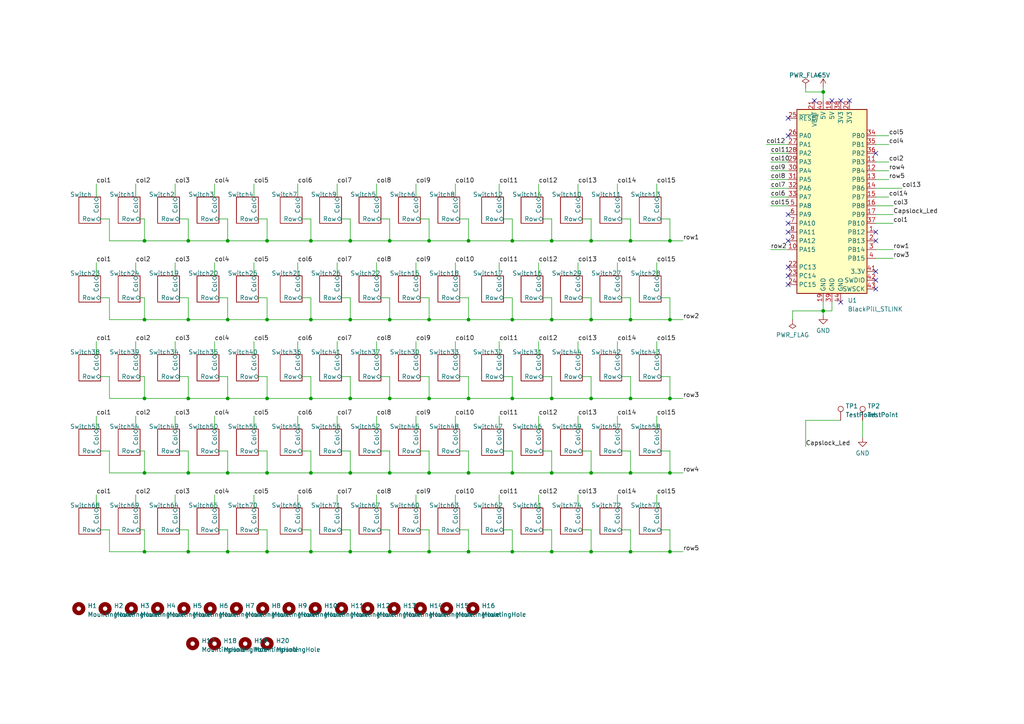
<source format=kicad_sch>
(kicad_sch (version 20211123) (generator eeschema)
  (paper "A4")
  (junction (at 101.6 137.16))
  (junction (at 54.61 69.85))
  (junction (at 77.47 115.57))
  (junction (at 113.03 92.71))
  (junction (at 182.88 160.02))
  (junction (at 41.91 137.16))
  (junction (at 182.88 69.85))
  (junction (at 66.04 160.02))
  (junction (at 41.91 115.57))
  (junction (at 77.47 69.85))
  (junction (at 124.46 115.57))
  (junction (at 41.91 92.71))
  (junction (at 182.88 137.16))
  (junction (at 101.6 160.02))
  (junction (at 66.04 137.16))
  (junction (at 54.61 137.16))
  (junction (at 194.31 69.85))
  (junction (at 113.03 137.16))
  (junction (at 113.03 115.57))
  (junction (at 171.45 137.16))
  (junction (at 160.02 115.57))
  (junction (at 54.61 115.57))
  (junction (at 160.02 160.02))
  (junction (at 148.59 137.16))
  (junction (at 135.89 69.85))
  (junction (at 171.45 115.57))
  (junction (at 90.17 115.57))
  (junction (at 101.6 69.85))
  (junction (at 148.59 92.71))
  (junction (at 194.31 115.57))
  (junction (at 160.02 69.85))
  (junction (at 54.61 160.02))
  (junction (at 90.17 160.02))
  (junction (at 171.45 92.71))
  (junction (at 66.04 92.71))
  (junction (at 148.59 115.57))
  (junction (at 101.6 115.57))
  (junction (at 135.89 115.57))
  (junction (at 77.47 137.16))
  (junction (at 194.31 160.02))
  (junction (at 194.31 137.16))
  (junction (at 148.59 69.85))
  (junction (at 135.89 92.71))
  (junction (at 171.45 69.85))
  (junction (at 66.04 69.85))
  (junction (at 113.03 69.85))
  (junction (at 238.76 26.67))
  (junction (at 113.03 160.02))
  (junction (at 238.76 90.17))
  (junction (at 160.02 92.71))
  (junction (at 90.17 69.85))
  (junction (at 77.47 92.71))
  (junction (at 160.02 137.16))
  (junction (at 124.46 69.85))
  (junction (at 135.89 160.02))
  (junction (at 124.46 160.02))
  (junction (at 41.91 69.85))
  (junction (at 41.91 160.02))
  (junction (at 90.17 137.16))
  (junction (at 182.88 92.71))
  (junction (at 148.59 160.02))
  (junction (at 66.04 115.57))
  (junction (at 54.61 92.71))
  (junction (at 171.45 160.02))
  (junction (at 194.31 92.71))
  (junction (at 77.47 160.02))
  (junction (at 124.46 137.16))
  (junction (at 182.88 115.57))
  (junction (at 90.17 92.71))
  (junction (at 124.46 92.71))
  (junction (at 101.6 92.71))
  (junction (at 135.89 137.16))
  (no_connect (at 228.6 34.29))
  (no_connect (at 243.84 29.21))
  (no_connect (at 254 81.28))
  (no_connect (at 254 69.85))
  (no_connect (at 228.6 77.47))
  (no_connect (at 241.3 29.21))
  (no_connect (at 228.6 82.55))
  (no_connect (at 228.6 39.37))
  (no_connect (at 228.6 64.77))
  (no_connect (at 236.22 29.21))
  (no_connect (at 243.84 87.63))
  (no_connect (at 254 78.74))
  (no_connect (at 254 44.45))
  (no_connect (at 228.6 80.01))
  (no_connect (at 246.38 29.21))
  (no_connect (at 228.6 62.23))
  (no_connect (at 254 83.82))
  (no_connect (at 228.6 69.85))
  (no_connect (at 228.6 67.31))
  (no_connect (at 254 67.31))
  (wire (pts (xy 27.94 76.2) (xy 27.94 80.01)))
  (wire (pts (xy 254 74.93) (xy 259.08 74.93)))
  (wire (pts (xy 124.46 92.71) (xy 113.03 92.71)))
  (wire (pts (xy 194.31 153.67) (xy 194.31 160.02)))
  (wire (pts (xy 90.17 137.16) (xy 77.47 137.16)))
  (wire (pts (xy 168.91 63.5) (xy 171.45 63.5)))
  (wire (pts (xy 99.06 130.81) (xy 101.6 130.81)))
  (wire (pts (xy 190.5 120.65) (xy 190.5 124.46)))
  (wire (pts (xy 156.21 76.2) (xy 156.21 80.01)))
  (wire (pts (xy 135.89 130.81) (xy 135.89 137.16)))
  (wire (pts (xy 233.68 129.54) (xy 233.68 121.92)))
  (wire (pts (xy 229.87 90.17) (xy 238.76 90.17)))
  (wire (pts (xy 124.46 63.5) (xy 124.46 69.85)))
  (wire (pts (xy 191.77 153.67) (xy 194.31 153.67)))
  (wire (pts (xy 41.91 63.5) (xy 41.91 69.85)))
  (wire (pts (xy 29.21 153.67) (xy 31.75 153.67)))
  (wire (pts (xy 180.34 153.67) (xy 182.88 153.67)))
  (wire (pts (xy 39.37 120.65) (xy 39.37 124.46)))
  (wire (pts (xy 66.04 109.22) (xy 63.5 109.22)))
  (wire (pts (xy 194.31 160.02) (xy 182.88 160.02)))
  (wire (pts (xy 41.91 137.16) (xy 54.61 137.16)))
  (wire (pts (xy 101.6 115.57) (xy 90.17 115.57)))
  (wire (pts (xy 54.61 86.36) (xy 54.61 92.71)))
  (wire (pts (xy 171.45 92.71) (xy 160.02 92.71)))
  (wire (pts (xy 254 72.39) (xy 259.08 72.39)))
  (wire (pts (xy 171.45 86.36) (xy 171.45 92.71)))
  (wire (pts (xy 124.46 153.67) (xy 124.46 160.02)))
  (wire (pts (xy 87.63 63.5) (xy 90.17 63.5)))
  (wire (pts (xy 144.78 99.06) (xy 144.78 102.87)))
  (wire (pts (xy 146.05 153.67) (xy 148.59 153.67)))
  (wire (pts (xy 148.59 115.57) (xy 135.89 115.57)))
  (wire (pts (xy 144.78 76.2) (xy 144.78 80.01)))
  (wire (pts (xy 146.05 86.36) (xy 148.59 86.36)))
  (wire (pts (xy 241.3 87.63) (xy 241.3 90.17)))
  (wire (pts (xy 182.88 153.67) (xy 182.88 160.02)))
  (wire (pts (xy 223.52 52.07) (xy 228.6 52.07)))
  (wire (pts (xy 50.8 143.51) (xy 50.8 147.32)))
  (wire (pts (xy 238.76 90.17) (xy 238.76 91.44)))
  (wire (pts (xy 156.21 143.51) (xy 156.21 147.32)))
  (wire (pts (xy 233.68 26.67) (xy 238.76 26.67)))
  (wire (pts (xy 41.91 69.85) (xy 54.61 69.85)))
  (wire (pts (xy 66.04 160.02) (xy 66.04 153.67)))
  (wire (pts (xy 254 52.07) (xy 257.81 52.07)))
  (wire (pts (xy 40.64 130.81) (xy 41.91 130.81)))
  (wire (pts (xy 113.03 130.81) (xy 113.03 137.16)))
  (wire (pts (xy 191.77 63.5) (xy 194.31 63.5)))
  (wire (pts (xy 109.22 53.34) (xy 109.22 57.15)))
  (wire (pts (xy 144.78 120.65) (xy 144.78 124.46)))
  (wire (pts (xy 41.91 115.57) (xy 54.61 115.57)))
  (wire (pts (xy 77.47 69.85) (xy 66.04 69.85)))
  (wire (pts (xy 133.35 86.36) (xy 135.89 86.36)))
  (wire (pts (xy 101.6 160.02) (xy 90.17 160.02)))
  (wire (pts (xy 132.08 53.34) (xy 132.08 57.15)))
  (wire (pts (xy 74.93 130.81) (xy 77.47 130.81)))
  (wire (pts (xy 121.92 109.22) (xy 124.46 109.22)))
  (wire (pts (xy 144.78 53.34) (xy 144.78 57.15)))
  (wire (pts (xy 157.48 153.67) (xy 160.02 153.67)))
  (wire (pts (xy 73.66 143.51) (xy 73.66 147.32)))
  (wire (pts (xy 168.91 153.67) (xy 171.45 153.67)))
  (wire (pts (xy 31.75 153.67) (xy 31.75 160.02)))
  (wire (pts (xy 179.07 143.51) (xy 179.07 147.32)))
  (wire (pts (xy 132.08 76.2) (xy 132.08 80.01)))
  (wire (pts (xy 87.63 130.81) (xy 90.17 130.81)))
  (wire (pts (xy 86.36 99.06) (xy 86.36 102.87)))
  (wire (pts (xy 74.93 153.67) (xy 77.47 153.67)))
  (wire (pts (xy 77.47 115.57) (xy 66.04 115.57)))
  (wire (pts (xy 120.65 143.51) (xy 120.65 147.32)))
  (wire (pts (xy 62.23 143.51) (xy 62.23 147.32)))
  (wire (pts (xy 179.07 120.65) (xy 179.07 124.46)))
  (wire (pts (xy 120.65 99.06) (xy 120.65 102.87)))
  (wire (pts (xy 52.07 63.5) (xy 54.61 63.5)))
  (wire (pts (xy 54.61 160.02) (xy 66.04 160.02)))
  (wire (pts (xy 194.31 109.22) (xy 194.31 115.57)))
  (wire (pts (xy 52.07 86.36) (xy 54.61 86.36)))
  (wire (pts (xy 54.61 130.81) (xy 54.61 137.16)))
  (wire (pts (xy 62.23 76.2) (xy 62.23 80.01)))
  (wire (pts (xy 121.92 130.81) (xy 124.46 130.81)))
  (wire (pts (xy 194.31 69.85) (xy 198.12 69.85)))
  (wire (pts (xy 190.5 76.2) (xy 190.5 80.01)))
  (wire (pts (xy 54.61 63.5) (xy 54.61 69.85)))
  (wire (pts (xy 41.91 130.81) (xy 41.91 137.16)))
  (wire (pts (xy 124.46 69.85) (xy 113.03 69.85)))
  (wire (pts (xy 54.61 153.67) (xy 54.61 160.02)))
  (wire (pts (xy 40.64 63.5) (xy 41.91 63.5)))
  (wire (pts (xy 167.64 53.34) (xy 167.64 57.15)))
  (wire (pts (xy 254 64.77) (xy 259.08 64.77)))
  (wire (pts (xy 148.59 137.16) (xy 135.89 137.16)))
  (wire (pts (xy 238.76 26.67) (xy 238.76 29.21)))
  (wire (pts (xy 179.07 76.2) (xy 179.07 80.01)))
  (wire (pts (xy 156.21 99.06) (xy 156.21 102.87)))
  (wire (pts (xy 135.89 137.16) (xy 124.46 137.16)))
  (wire (pts (xy 191.77 86.36) (xy 194.31 86.36)))
  (wire (pts (xy 132.08 120.65) (xy 132.08 124.46)))
  (wire (pts (xy 77.47 153.67) (xy 77.47 160.02)))
  (wire (pts (xy 50.8 120.65) (xy 50.8 124.46)))
  (wire (pts (xy 66.04 115.57) (xy 66.04 109.22)))
  (wire (pts (xy 74.93 86.36) (xy 77.47 86.36)))
  (wire (pts (xy 52.07 130.81) (xy 54.61 130.81)))
  (wire (pts (xy 109.22 99.06) (xy 109.22 102.87)))
  (wire (pts (xy 194.31 137.16) (xy 182.88 137.16)))
  (wire (pts (xy 90.17 160.02) (xy 77.47 160.02)))
  (wire (pts (xy 148.59 86.36) (xy 148.59 92.71)))
  (wire (pts (xy 90.17 69.85) (xy 77.47 69.85)))
  (wire (pts (xy 146.05 109.22) (xy 148.59 109.22)))
  (wire (pts (xy 113.03 115.57) (xy 101.6 115.57)))
  (wire (pts (xy 113.03 160.02) (xy 101.6 160.02)))
  (wire (pts (xy 54.61 109.22) (xy 54.61 115.57)))
  (wire (pts (xy 31.75 130.81) (xy 31.75 137.16)))
  (wire (pts (xy 194.31 115.57) (xy 182.88 115.57)))
  (wire (pts (xy 87.63 153.67) (xy 90.17 153.67)))
  (wire (pts (xy 101.6 86.36) (xy 101.6 92.71)))
  (wire (pts (xy 77.47 109.22) (xy 77.47 115.57)))
  (wire (pts (xy 29.21 109.22) (xy 31.75 109.22)))
  (wire (pts (xy 160.02 130.81) (xy 160.02 137.16)))
  (wire (pts (xy 157.48 86.36) (xy 160.02 86.36)))
  (wire (pts (xy 223.52 59.69) (xy 228.6 59.69)))
  (wire (pts (xy 133.35 130.81) (xy 135.89 130.81)))
  (wire (pts (xy 254 39.37) (xy 257.81 39.37)))
  (wire (pts (xy 124.46 137.16) (xy 113.03 137.16)))
  (wire (pts (xy 27.94 120.65) (xy 27.94 124.46)))
  (wire (pts (xy 50.8 99.06) (xy 50.8 102.87)))
  (wire (pts (xy 250.19 121.92) (xy 250.19 127)))
  (wire (pts (xy 223.52 54.61) (xy 228.6 54.61)))
  (wire (pts (xy 160.02 160.02) (xy 148.59 160.02)))
  (wire (pts (xy 31.75 160.02) (xy 41.91 160.02)))
  (wire (pts (xy 121.92 86.36) (xy 124.46 86.36)))
  (wire (pts (xy 182.88 160.02) (xy 171.45 160.02)))
  (wire (pts (xy 110.49 63.5) (xy 113.03 63.5)))
  (wire (pts (xy 66.04 137.16) (xy 66.04 130.81)))
  (wire (pts (xy 97.79 143.51) (xy 97.79 147.32)))
  (wire (pts (xy 90.17 115.57) (xy 77.47 115.57)))
  (wire (pts (xy 50.8 76.2) (xy 50.8 80.01)))
  (wire (pts (xy 223.52 46.99) (xy 228.6 46.99)))
  (wire (pts (xy 171.45 63.5) (xy 171.45 69.85)))
  (wire (pts (xy 179.07 53.34) (xy 179.07 57.15)))
  (wire (pts (xy 190.5 143.51) (xy 190.5 147.32)))
  (wire (pts (xy 66.04 153.67) (xy 63.5 153.67)))
  (wire (pts (xy 120.65 53.34) (xy 120.65 57.15)))
  (wire (pts (xy 223.52 57.15) (xy 228.6 57.15)))
  (wire (pts (xy 86.36 53.34) (xy 86.36 57.15)))
  (wire (pts (xy 90.17 109.22) (xy 90.17 115.57)))
  (wire (pts (xy 109.22 143.51) (xy 109.22 147.32)))
  (wire (pts (xy 86.36 120.65) (xy 86.36 124.46)))
  (wire (pts (xy 171.45 130.81) (xy 171.45 137.16)))
  (wire (pts (xy 90.17 92.71) (xy 77.47 92.71)))
  (wire (pts (xy 97.79 99.06) (xy 97.79 102.87)))
  (wire (pts (xy 191.77 130.81) (xy 194.31 130.81)))
  (wire (pts (xy 77.47 63.5) (xy 77.47 69.85)))
  (wire (pts (xy 29.21 63.5) (xy 31.75 63.5)))
  (wire (pts (xy 90.17 63.5) (xy 90.17 69.85)))
  (wire (pts (xy 182.88 86.36) (xy 182.88 92.71)))
  (wire (pts (xy 54.61 69.85) (xy 66.04 69.85)))
  (wire (pts (xy 124.46 115.57) (xy 113.03 115.57)))
  (wire (pts (xy 73.66 120.65) (xy 73.66 124.46)))
  (wire (pts (xy 238.76 87.63) (xy 238.76 90.17)))
  (wire (pts (xy 66.04 86.36) (xy 63.5 86.36)))
  (wire (pts (xy 66.04 63.5) (xy 63.5 63.5)))
  (wire (pts (xy 52.07 109.22) (xy 54.61 109.22)))
  (wire (pts (xy 101.6 92.71) (xy 90.17 92.71)))
  (wire (pts (xy 41.91 160.02) (xy 54.61 160.02)))
  (wire (pts (xy 160.02 92.71) (xy 148.59 92.71)))
  (wire (pts (xy 167.64 76.2) (xy 167.64 80.01)))
  (wire (pts (xy 101.6 69.85) (xy 90.17 69.85)))
  (wire (pts (xy 133.35 109.22) (xy 135.89 109.22)))
  (wire (pts (xy 113.03 92.71) (xy 101.6 92.71)))
  (wire (pts (xy 99.06 63.5) (xy 101.6 63.5)))
  (wire (pts (xy 171.45 109.22) (xy 171.45 115.57)))
  (wire (pts (xy 99.06 86.36) (xy 101.6 86.36)))
  (wire (pts (xy 110.49 153.67) (xy 113.03 153.67)))
  (wire (pts (xy 31.75 63.5) (xy 31.75 69.85)))
  (wire (pts (xy 77.47 92.71) (xy 66.04 92.71)))
  (wire (pts (xy 190.5 53.34) (xy 190.5 57.15)))
  (wire (pts (xy 180.34 63.5) (xy 182.88 63.5)))
  (wire (pts (xy 146.05 130.81) (xy 148.59 130.81)))
  (wire (pts (xy 254 62.23) (xy 259.08 62.23)))
  (wire (pts (xy 194.31 86.36) (xy 194.31 92.71)))
  (wire (pts (xy 109.22 76.2) (xy 109.22 80.01)))
  (wire (pts (xy 41.91 109.22) (xy 41.91 115.57)))
  (wire (pts (xy 171.45 115.57) (xy 160.02 115.57)))
  (wire (pts (xy 113.03 86.36) (xy 113.03 92.71)))
  (wire (pts (xy 132.08 99.06) (xy 132.08 102.87)))
  (wire (pts (xy 157.48 63.5) (xy 160.02 63.5)))
  (wire (pts (xy 99.06 153.67) (xy 101.6 153.67)))
  (wire (pts (xy 77.47 160.02) (xy 66.04 160.02)))
  (wire (pts (xy 194.31 130.81) (xy 194.31 137.16)))
  (wire (pts (xy 191.77 109.22) (xy 194.31 109.22)))
  (wire (pts (xy 62.23 53.34) (xy 62.23 57.15)))
  (wire (pts (xy 167.64 143.51) (xy 167.64 147.32)))
  (wire (pts (xy 99.06 109.22) (xy 101.6 109.22)))
  (wire (pts (xy 148.59 92.71) (xy 135.89 92.71)))
  (wire (pts (xy 160.02 86.36) (xy 160.02 92.71)))
  (wire (pts (xy 90.17 86.36) (xy 90.17 92.71)))
  (wire (pts (xy 73.66 76.2) (xy 73.66 80.01)))
  (wire (pts (xy 77.47 137.16) (xy 66.04 137.16)))
  (wire (pts (xy 254 59.69) (xy 259.08 59.69)))
  (wire (pts (xy 182.88 130.81) (xy 182.88 137.16)))
  (wire (pts (xy 168.91 86.36) (xy 171.45 86.36)))
  (wire (pts (xy 90.17 153.67) (xy 90.17 160.02)))
  (wire (pts (xy 160.02 69.85) (xy 148.59 69.85)))
  (wire (pts (xy 148.59 130.81) (xy 148.59 137.16)))
  (wire (pts (xy 182.88 109.22) (xy 182.88 115.57)))
  (wire (pts (xy 223.52 72.39) (xy 228.6 72.39)))
  (wire (pts (xy 124.46 160.02) (xy 113.03 160.02)))
  (wire (pts (xy 148.59 69.85) (xy 135.89 69.85)))
  (wire (pts (xy 29.21 86.36) (xy 31.75 86.36)))
  (wire (pts (xy 77.47 130.81) (xy 77.47 137.16)))
  (wire (pts (xy 54.61 115.57) (xy 66.04 115.57)))
  (wire (pts (xy 124.46 109.22) (xy 124.46 115.57)))
  (wire (pts (xy 133.35 63.5) (xy 135.89 63.5)))
  (wire (pts (xy 171.45 137.16) (xy 160.02 137.16)))
  (wire (pts (xy 171.45 160.02) (xy 160.02 160.02)))
  (wire (pts (xy 41.91 86.36) (xy 41.91 92.71)))
  (wire (pts (xy 97.79 120.65) (xy 97.79 124.46)))
  (wire (pts (xy 167.64 99.06) (xy 167.64 102.87)))
  (wire (pts (xy 31.75 109.22) (xy 31.75 115.57)))
  (wire (pts (xy 194.31 92.71) (xy 182.88 92.71)))
  (wire (pts (xy 179.07 99.06) (xy 179.07 102.87)))
  (wire (pts (xy 87.63 109.22) (xy 90.17 109.22)))
  (wire (pts (xy 160.02 137.16) (xy 148.59 137.16)))
  (wire (pts (xy 135.89 86.36) (xy 135.89 92.71)))
  (wire (pts (xy 54.61 92.71) (xy 66.04 92.71)))
  (wire (pts (xy 101.6 63.5) (xy 101.6 69.85)))
  (wire (pts (xy 97.79 53.34) (xy 97.79 57.15)))
  (wire (pts (xy 27.94 99.06) (xy 27.94 102.87)))
  (wire (pts (xy 135.89 153.67) (xy 135.89 160.02)))
  (wire (pts (xy 31.75 137.16) (xy 41.91 137.16)))
  (wire (pts (xy 223.52 49.53) (xy 228.6 49.53)))
  (wire (pts (xy 194.31 63.5) (xy 194.31 69.85)))
  (wire (pts (xy 39.37 143.51) (xy 39.37 147.32)))
  (wire (pts (xy 77.47 86.36) (xy 77.47 92.71)))
  (wire (pts (xy 113.03 109.22) (xy 113.03 115.57)))
  (wire (pts (xy 120.65 76.2) (xy 120.65 80.01)))
  (wire (pts (xy 148.59 109.22) (xy 148.59 115.57)))
  (wire (pts (xy 39.37 76.2) (xy 39.37 80.01)))
  (wire (pts (xy 40.64 86.36) (xy 41.91 86.36)))
  (wire (pts (xy 194.31 92.71) (xy 198.12 92.71)))
  (wire (pts (xy 238.76 25.4) (xy 238.76 26.67)))
  (wire (pts (xy 257.81 57.15) (xy 254 57.15)))
  (wire (pts (xy 66.04 92.71) (xy 66.04 86.36)))
  (wire (pts (xy 135.89 92.71) (xy 124.46 92.71)))
  (wire (pts (xy 31.75 69.85) (xy 41.91 69.85)))
  (wire (pts (xy 40.64 109.22) (xy 41.91 109.22)))
  (wire (pts (xy 110.49 86.36) (xy 113.03 86.36)))
  (wire (pts (xy 41.91 153.67) (xy 41.91 160.02)))
  (wire (pts (xy 182.88 137.16) (xy 171.45 137.16)))
  (wire (pts (xy 194.31 69.85) (xy 182.88 69.85)))
  (wire (pts (xy 113.03 69.85) (xy 101.6 69.85)))
  (wire (pts (xy 222.25 41.91) (xy 228.6 41.91)))
  (wire (pts (xy 194.31 160.02) (xy 198.12 160.02)))
  (wire (pts (xy 40.64 153.67) (xy 41.91 153.67)))
  (wire (pts (xy 194.31 137.16) (xy 198.12 137.16)))
  (wire (pts (xy 190.5 99.06) (xy 190.5 102.87)))
  (wire (pts (xy 133.35 153.67) (xy 135.89 153.67)))
  (wire (pts (xy 156.21 53.34) (xy 156.21 57.15)))
  (wire (pts (xy 31.75 115.57) (xy 41.91 115.57)))
  (wire (pts (xy 41.91 92.71) (xy 54.61 92.71)))
  (wire (pts (xy 86.36 143.51) (xy 86.36 147.32)))
  (wire (pts (xy 233.68 25.4) (xy 233.68 26.67)))
  (wire (pts (xy 39.37 99.06) (xy 39.37 102.87)))
  (wire (pts (xy 182.88 92.71) (xy 171.45 92.71)))
  (wire (pts (xy 121.92 153.67) (xy 124.46 153.67)))
  (wire (pts (xy 52.07 153.67) (xy 54.61 153.67)))
  (wire (pts (xy 160.02 109.22) (xy 160.02 115.57)))
  (wire (pts (xy 124.46 130.81) (xy 124.46 137.16)))
  (wire (pts (xy 101.6 130.81) (xy 101.6 137.16)))
  (wire (pts (xy 148.59 153.67) (xy 148.59 160.02)))
  (wire (pts (xy 101.6 137.16) (xy 90.17 137.16)))
  (wire (pts (xy 168.91 130.81) (xy 171.45 130.81)))
  (wire (pts (xy 135.89 160.02) (xy 124.46 160.02)))
  (wire (pts (xy 120.65 120.65) (xy 120.65 124.46)))
  (wire (pts (xy 54.61 137.16) (xy 66.04 137.16)))
  (wire (pts (xy 31.75 92.71) (xy 41.91 92.71)))
  (wire (pts (xy 160.02 115.57) (xy 148.59 115.57)))
  (wire (pts (xy 110.49 109.22) (xy 113.03 109.22)))
  (wire (pts (xy 229.87 92.71) (xy 229.87 90.17)))
  (wire (pts (xy 97.79 76.2) (xy 97.79 80.01)))
  (wire (pts (xy 171.45 69.85) (xy 160.02 69.85)))
  (wire (pts (xy 157.48 109.22) (xy 160.02 109.22)))
  (wire (pts (xy 74.93 109.22) (xy 77.47 109.22)))
  (wire (pts (xy 113.03 63.5) (xy 113.03 69.85)))
  (wire (pts (xy 86.36 76.2) (xy 86.36 80.01)))
  (wire (pts (xy 66.04 130.81) (xy 63.5 130.81)))
  (wire (pts (xy 223.52 44.45) (xy 228.6 44.45)))
  (wire (pts (xy 135.89 115.57) (xy 124.46 115.57)))
  (wire (pts (xy 241.3 90.17) (xy 238.76 90.17)))
  (wire (pts (xy 254 54.61) (xy 261.62 54.61)))
  (wire (pts (xy 254 41.91) (xy 257.81 41.91)))
  (wire (pts (xy 135.89 63.5) (xy 135.89 69.85)))
  (wire (pts (xy 148.59 160.02) (xy 135.89 160.02)))
  (wire (pts (xy 135.89 69.85) (xy 124.46 69.85)))
  (wire (pts (xy 167.64 120.65) (xy 167.64 124.46)))
  (wire (pts (xy 109.22 120.65) (xy 109.22 124.46)))
  (wire (pts (xy 113.03 153.67) (xy 113.03 160.02)))
  (wire (pts (xy 39.37 53.34) (xy 39.37 57.15)))
  (wire (pts (xy 194.31 115.57) (xy 198.12 115.57)))
  (wire (pts (xy 254 46.99) (xy 257.81 46.99)))
  (wire (pts (xy 160.02 153.67) (xy 160.02 160.02)))
  (wire (pts (xy 254 49.53) (xy 257.81 49.53)))
  (wire (pts (xy 180.34 130.81) (xy 182.88 130.81)))
  (wire (pts (xy 50.8 53.34) (xy 50.8 57.15)))
  (wire (pts (xy 233.68 121.92) (xy 243.84 121.92)))
  (wire (pts (xy 156.21 120.65) (xy 156.21 124.46)))
  (wire (pts (xy 144.78 143.51) (xy 144.78 147.32)))
  (wire (pts (xy 90.17 130.81) (xy 90.17 137.16)))
  (wire (pts (xy 135.89 109.22) (xy 135.89 115.57)))
  (wire (pts (xy 160.02 63.5) (xy 160.02 69.85)))
  (wire (pts (xy 180.34 109.22) (xy 182.88 109.22)))
  (wire (pts (xy 146.05 63.5) (xy 148.59 63.5)))
  (wire (pts (xy 74.93 63.5) (xy 77.47 63.5)))
  (wire (pts (xy 87.63 86.36) (xy 90.17 86.36)))
  (wire (pts (xy 124.46 86.36) (xy 124.46 92.71)))
  (wire (pts (xy 171.45 153.67) (xy 171.45 160.02)))
  (wire (pts (xy 182.88 115.57) (xy 171.45 115.57)))
  (wire (pts (xy 73.66 53.34) (xy 73.66 57.15)))
  (wire (pts (xy 101.6 109.22) (xy 101.6 115.57)))
  (wire (pts (xy 157.48 130.81) (xy 160.02 130.81)))
  (wire (pts (xy 132.08 143.51) (xy 132.08 147.32)))
  (wire (pts (xy 31.75 86.36) (xy 31.75 92.71)))
  (wire (pts (xy 110.49 130.81) (xy 113.03 130.81)))
  (wire (pts (xy 101.6 153.67) (xy 101.6 160.02)))
  (wire (pts (xy 27.94 143.51) (xy 27.94 147.32)))
  (wire (pts (xy 66.04 69.85) (xy 66.04 63.5)))
  (wire (pts (xy 27.94 53.34) (xy 27.94 57.15)))
  (wire (pts (xy 121.92 63.5) (xy 124.46 63.5)))
  (wire (pts (xy 182.88 69.85) (xy 171.45 69.85)))
  (wire (pts (xy 62.23 120.65) (xy 62.23 124.46)))
  (wire (pts (xy 62.23 99.06) (xy 62.23 102.87)))
  (wire (pts (xy 182.88 63.5) (xy 182.88 69.85)))
  (wire (pts (xy 180.34 86.36) (xy 182.88 86.36)))
  (wire (pts (xy 168.91 109.22) (xy 171.45 109.22)))
  (wire (pts (xy 73.66 99.06) (xy 73.66 102.87)))
  (wire (pts (xy 148.59 63.5) (xy 148.59 69.85)))
  (wire (pts (xy 113.03 137.16) (xy 101.6 137.16)))
  (wire (pts (xy 29.21 130.81) (xy 31.75 130.81)))
  (label "col14" (at 179.07 120.65 0))
  (label "col3" (at 50.8 143.51 0))
  (label "col7" (at 97.79 143.51 0))
  (label "col9" (at 120.65 76.2 0))
  (label "col6" (at 86.36 120.65 0))
  (label "col12" (at 156.21 143.51 0))
  (label "col3" (at 50.8 120.65 0))
  (label "col11" (at 144.78 143.51 0))
  (label "col5" (at 257.81 39.37 0))
  (label "col1" (at 27.94 53.34 0))
  (label "col14" (at 257.81 57.15 0))
  (label "col8" (at 109.22 143.51 0))
  (label "col4" (at 62.23 99.06 0))
  (label "col9" (at 120.65 120.65 0))
  (label "col5" (at 73.66 53.34 0))
  (label "col8" (at 109.22 76.2 0))
  (label "col14" (at 179.07 143.51 0))
  (label "col3" (at 50.8 76.2 0))
  (label "col12" (at 156.21 99.06 0))
  (label "col13" (at 167.64 120.65 0))
  (label "col10" (at 132.08 120.65 0))
  (label "col11" (at 144.78 53.34 0))
  (label "col14" (at 179.07 99.06 0))
  (label "col2" (at 39.37 120.65 0))
  (label "col2" (at 257.81 46.99 0))
  (label "col2" (at 39.37 99.06 0))
  (label "col2" (at 39.37 143.51 0))
  (label "col8" (at 109.22 99.06 0))
  (label "col5" (at 73.66 120.65 0))
  (label "col8" (at 109.22 120.65 0))
  (label "col4" (at 62.23 76.2 0))
  (label "col9" (at 120.65 99.06 0))
  (label "col15" (at 190.5 99.06 0))
  (label "col1" (at 259.08 64.77 0))
  (label "col11" (at 223.52 44.45 0))
  (label "col15" (at 190.5 76.2 0))
  (label "col6" (at 86.36 53.34 0))
  (label "col9" (at 223.52 49.53 0))
  (label "row5" (at 198.12 160.02 0))
  (label "col7" (at 97.79 99.06 0))
  (label "col2" (at 39.37 53.34 0))
  (label "col10" (at 132.08 99.06 0))
  (label "col6" (at 86.36 76.2 0))
  (label "col4" (at 257.81 41.91 0))
  (label "col4" (at 62.23 53.34 0))
  (label "row3" (at 259.08 74.93 0))
  (label "row4" (at 198.12 137.16 0))
  (label "col5" (at 73.66 99.06 0))
  (label "col11" (at 144.78 99.06 0))
  (label "row4" (at 257.81 49.53 0))
  (label "col7" (at 223.52 54.61 0))
  (label "col1" (at 27.94 120.65 0))
  (label "col13" (at 167.64 53.34 0))
  (label "col1" (at 27.94 99.06 0))
  (label "col12" (at 156.21 53.34 0))
  (label "col3" (at 50.8 99.06 0))
  (label "col4" (at 62.23 143.51 0))
  (label "row3" (at 198.12 115.57 0))
  (label "col10" (at 223.52 46.99 0))
  (label "col15" (at 190.5 53.34 0))
  (label "col7" (at 97.79 120.65 0))
  (label "col13" (at 167.64 76.2 0))
  (label "col10" (at 132.08 53.34 0))
  (label "col15" (at 223.52 59.69 0))
  (label "col13" (at 167.64 143.51 0))
  (label "Capslock_Led" (at 259.08 62.23 0))
  (label "col13" (at 167.64 99.06 0))
  (label "col10" (at 132.08 76.2 0))
  (label "col14" (at 179.07 53.34 0))
  (label "col9" (at 120.65 143.51 0))
  (label "col5" (at 73.66 76.2 0))
  (label "col1" (at 27.94 76.2 0))
  (label "col1" (at 27.94 143.51 0))
  (label "col8" (at 223.52 52.07 0))
  (label "col11" (at 144.78 76.2 0))
  (label "col15" (at 190.5 120.65 0))
  (label "col10" (at 132.08 143.51 0))
  (label "col5" (at 73.66 143.51 0))
  (label "col8" (at 109.22 53.34 0))
  (label "col11" (at 144.78 120.65 0))
  (label "row1" (at 259.08 72.39 0))
  (label "col7" (at 97.79 53.34 0))
  (label "col12" (at 222.25 41.91 0))
  (label "col4" (at 62.23 120.65 0))
  (label "col12" (at 156.21 76.2 0))
  (label "col6" (at 86.36 143.51 0))
  (label "Capslock_Led" (at 233.68 129.54 0))
  (label "col14" (at 179.07 76.2 0))
  (label "row1" (at 198.12 69.85 0))
  (label "col13" (at 261.62 54.61 0))
  (label "col15" (at 190.5 143.51 0))
  (label "col9" (at 120.65 53.34 0))
  (label "col12" (at 156.21 120.65 0))
  (label "col6" (at 223.52 57.15 0))
  (label "col7" (at 97.79 76.2 0))
  (label "col3" (at 259.08 59.69 0))
  (label "col3" (at 50.8 53.34 0))
  (label "col2" (at 39.37 76.2 0))
  (label "col6" (at 86.36 99.06 0))
  (label "row2" (at 198.12 92.71 0))
  (label "row2" (at 223.52 72.39 0))
  (label "row5" (at 257.81 52.07 0))
  (symbol (lib_id "Mechanical:MountingHole") (at 45.72 176.53 0) (unit 1)
    (property "Reference" "H4" (at 48.26 175.6953 0) (effects (justify left)))
    (property "Value" "MountingHole" (at 48.26 178.2322 0) (effects (justify left)))
    (property "Footprint" "OpticalParts:MountingHole_2.2mm_M2_jlcpcb" (effects hide))
  )
  (symbol (lib_id "Mechanical:MountingHole") (at 22.86 176.53 0) (unit 1)
    (property "Reference" "H1" (at 25.4 175.6953 0) (effects (justify left)))
    (property "Value" "MountingHole" (at 25.4 178.2322 0) (effects (justify left)))
    (property "Footprint" "OpticalParts:MountingHole_2.2mm_M2_jlcpcb" (effects hide))
  )
  (symbol (lib_id "power:PWR_FLAG") (at 233.68 25.4 0) (unit 1)
    (property "Reference" "#FLG01" (effects hide))
    (property "Value" "PWR_FLAG" (at 233.68 21.8242 0))
  )
  (symbol (lib_id "Mechanical:MountingHole") (at 91.44 176.53 0) (unit 1)
    (property "Reference" "H10" (at 93.98 175.6953 0) (effects (justify left)))
    (property "Value" "MountingHole" (at 93.98 178.2322 0) (effects (justify left)))
    (property "Footprint" "OpticalParts:MountingHole_2.2mm_M2_jlcpcb" (effects hide))
  )
  (symbol (lib_id "Mechanical:MountingHole") (at 99.06 176.53 0) (unit 1)
    (property "Reference" "H11" (at 101.6 175.6953 0) (effects (justify left)))
    (property "Value" "MountingHole" (at 101.6 178.2322 0) (effects (justify left)))
    (property "Footprint" "OpticalParts:MountingHole_2.2mm_M2_jlcpcb" (effects hide))
  )
  (symbol (lib_id "Mechanical:MountingHole") (at 55.88 186.69 0) (unit 1)
    (property "Reference" "H17" (at 58.42 185.8553 0) (effects (justify left)))
    (property "Value" "MountingHole" (at 58.42 188.3922 0) (effects (justify left)))
    (property "Footprint" "OpticalParts:TestPoint_Plated_Hole_D1.2mm" (effects hide))
  )
  (symbol (lib_id "Connector:TestPoint") (at 243.84 121.92 0) (unit 1)
    (property "Reference" "TP1" (at 245.237 117.7833 0) (effects (justify left)))
    (property "Value" "TestPoint" (at 245.237 120.3202 0) (effects (justify left)))
    (property "Footprint" "TestPoint:TestPoint_THTPad_1.0x1.0mm_Drill0.5mm" (effects hide))
  )
  (symbol (lib_id "Mechanical:MountingHole") (at 60.96 176.53 0) (unit 1)
    (property "Reference" "H6" (at 63.5 175.6953 0) (effects (justify left)))
    (property "Value" "MountingHole" (at 63.5 178.2322 0) (effects (justify left)))
    (property "Footprint" "OpticalParts:MountingHole_2.2mm_M2_jlcpcb" (effects hide))
  )
  (symbol (lib_id "power:GND") (at 250.19 127 0) (unit 1)
    (property "Reference" "#PWR03" (effects hide))
    (property "Value" "GND" (at 250.19 131.4434 0))
  )
  (symbol (lib_id "Mechanical:MountingHole") (at 62.23 186.69 0) (unit 1)
    (property "Reference" "H18" (at 64.77 185.8553 0) (effects (justify left)))
    (property "Value" "MountingHole" (at 64.77 188.3922 0) (effects (justify left)))
    (property "Footprint" "OpticalParts:TestPoint_Plated_Hole_D1.2mm" (effects hide))
  )
  (symbol (lib_id "Mechanical:MountingHole") (at 71.12 186.69 0) (unit 1)
    (property "Reference" "H19" (at 73.66 185.8553 0) (effects (justify left)))
    (property "Value" "MountingHole" (at 73.66 188.3922 0) (effects (justify left)))
    (property "Footprint" "OpticalParts:TestPoint_Plated_Hole_D1.2mm" (effects hide))
  )
  (symbol (lib_id "power:+5V") (at 238.76 25.4 0) (unit 1)
    (property "Reference" "#PWR01" (effects hide))
    (property "Value" "+5V" (at 238.76 21.8242 0))
  )
  (symbol (lib_id "power:PWR_FLAG") (at 229.87 92.71 180) (unit 1)
    (property "Reference" "#FLG02" (effects hide))
    (property "Value" "PWR_FLAG" (at 229.87 97.1534 0))
  )
  (symbol (lib_id "Mechanical:MountingHole") (at 77.47 186.69 0) (unit 1)
    (property "Reference" "H20" (at 80.01 185.8553 0) (effects (justify left)))
    (property "Value" "MountingHole" (at 80.01 188.3922 0) (effects (justify left)))
    (property "Footprint" "OpticalParts:TestPoint_Plated_Hole_D1.2mm" (effects hide))
  )
  (symbol (lib_id "Mechanical:MountingHole") (at 129.54 176.53 0) (unit 1)
    (property "Reference" "H15" (at 132.08 175.6953 0) (effects (justify left)))
    (property "Value" "MountingHole" (at 132.08 178.2322 0) (effects (justify left)))
    (property "Footprint" "OpticalParts:MountingHole_2.2mm_M2_jlcpcb" (effects hide))
  )
  (symbol (lib_id "Mechanical:MountingHole") (at 83.82 176.53 0) (unit 1)
    (property "Reference" "H9" (at 86.36 175.6953 0) (effects (justify left)))
    (property "Value" "MountingHole" (at 86.36 178.2322 0) (effects (justify left)))
    (property "Footprint" "OpticalParts:MountingHole_2.2mm_M2_jlcpcb" (effects hide))
  )
  (symbol (lib_id "Mechanical:MountingHole") (at 76.2 176.53 0) (unit 1)
    (property "Reference" "H8" (at 78.74 175.6953 0) (effects (justify left)))
    (property "Value" "MountingHole" (at 78.74 178.2322 0) (effects (justify left)))
    (property "Footprint" "OpticalParts:MountingHole_2.2mm_M2_jlcpcb" (effects hide))
  )
  (symbol (lib_id "OpticalParts:BlackPill_STLINK") (at 241.3 59.69 0) (unit 1)
    (property "Reference" "U1" (at 245.8594 87.1204 0) (effects (justify left)))
    (property "Value" "BlackPill_STLINK" (at 245.8594 89.6573 0) (effects (justify left)))
    (property "Footprint" "OpticalParts:BlackPill_STLINK2" (effects hide))
  )
  (symbol (lib_id "power:GND") (at 238.76 91.44 0) (unit 1)
    (property "Reference" "#PWR02" (effects hide))
    (property "Value" "GND" (at 238.76 95.8834 0))
  )
  (symbol (lib_id "Connector:TestPoint") (at 250.19 121.92 0) (unit 1)
    (property "Reference" "TP2" (at 251.587 117.7833 0) (effects (justify left)))
    (property "Value" "TestPoint" (at 251.587 120.3202 0) (effects (justify left)))
    (property "Footprint" "TestPoint:TestPoint_THTPad_1.0x1.0mm_Drill0.5mm" (effects hide))
  )
  (symbol (lib_id "Mechanical:MountingHole") (at 30.48 176.53 0) (unit 1)
    (property "Reference" "H2" (at 33.02 175.6953 0) (effects (justify left)))
    (property "Value" "MountingHole" (at 33.02 178.2322 0) (effects (justify left)))
    (property "Footprint" "OpticalParts:MountingHole_2.2mm_M2_jlcpcb" (effects hide))
  )
  (symbol (lib_id "Mechanical:MountingHole") (at 137.16 176.53 0) (unit 1)
    (property "Reference" "H16" (at 139.7 175.6953 0) (effects (justify left)))
    (property "Value" "MountingHole" (at 139.7 178.2322 0) (effects (justify left)))
    (property "Footprint" "OpticalParts:MountingHole_2.2mm_M2_jlcpcb" (effects hide))
  )
  (symbol (lib_id "Mechanical:MountingHole") (at 68.58 176.53 0) (unit 1)
    (property "Reference" "H7" (at 71.12 175.6953 0) (effects (justify left)))
    (property "Value" "MountingHole" (at 71.12 178.2322 0) (effects (justify left)))
    (property "Footprint" "OpticalParts:MountingHole_2.2mm_M2_jlcpcb" (effects hide))
  )
  (symbol (lib_id "Mechanical:MountingHole") (at 53.34 176.53 0) (unit 1)
    (property "Reference" "H5" (at 55.88 175.6953 0) (effects (justify left)))
    (property "Value" "MountingHole" (at 55.88 178.2322 0) (effects (justify left)))
    (property "Footprint" "OpticalParts:MountingHole_2.2mm_M2_jlcpcb" (effects hide))
  )
  (symbol (lib_id "Mechanical:MountingHole") (at 121.92 176.53 0) (unit 1)
    (property "Reference" "H14" (at 124.46 175.6953 0) (effects (justify left)))
    (property "Value" "MountingHole" (at 124.46 178.2322 0) (effects (justify left)))
    (property "Footprint" "OpticalParts:MountingHole_2.2mm_M2_jlcpcb" (effects hide))
  )
  (symbol (lib_id "Mechanical:MountingHole") (at 106.68 176.53 0) (unit 1)
    (property "Reference" "H12" (at 109.22 175.6953 0) (effects (justify left)))
    (property "Value" "MountingHole" (at 109.22 178.2322 0) (effects (justify left)))
    (property "Footprint" "OpticalParts:MountingHole_2.2mm_M2_jlcpcb" (effects hide))
  )
  (symbol (lib_id "Mechanical:MountingHole") (at 114.3 176.53 0) (unit 1)
    (property "Reference" "H13" (at 116.84 175.6953 0) (effects (justify left)))
    (property "Value" "MountingHole" (at 116.84 178.2322 0) (effects (justify left)))
    (property "Footprint" "OpticalParts:MountingHole_2.2mm_M2_jlcpcb" (effects hide))
  )
  (symbol (lib_id "Mechanical:MountingHole") (at 38.1 176.53 0) (unit 1)
    (property "Reference" "H3" (at 40.64 175.6953 0) (effects (justify left)))
    (property "Value" "MountingHole" (at 40.64 178.2322 0) (effects (justify left)))
    (property "Footprint" "OpticalParts:MountingHole_2.2mm_M2_jlcpcb" (effects hide))
  )
  (sheet (at 173.99 57.15) (size 6.35 7.62) (stroke (width 0.1524))
    (property "Sheet name" "Switch11" (at 171.45 57.15 0) (effects (justify left bottom)))
    (property "Sheet file" "switch.kicad_sch" (effects hide))
    (pin "Col" bidirectional (at 179.07 57.15 90))
    (pin "Row" bidirectional (at 180.34 63.5 0))
  )
  (sheet (at 115.57 147.32) (size 6.35 7.62) (stroke (width 0.1524))
    (property "Sheet name" "Switch60" (at 113.03 147.32 0) (effects (justify left bottom)))
    (property "Sheet file" "switch.kicad_sch" (effects hide))
    (pin "Col" bidirectional (at 120.65 147.32 90))
    (pin "Row" bidirectional (at 121.92 153.67 0))
  )
  (sheet (at 151.13 147.32) (size 6.35 7.62) (stroke (width 0.1524))
    (property "Sheet name" "Switch61" (at 148.59 147.32 0) (effects (justify left bottom)))
    (property "Sheet file" "switch.kicad_sch" (effects hide))
    (pin "Col" bidirectional (at 156.21 147.32 90))
    (pin "Row" bidirectional (at 157.48 153.67 0))
  )
  (sheet (at 104.14 57.15) (size 6.35 7.62) (stroke (width 0.1524))
    (property "Sheet name" "Switch5" (at 101.6 57.15 0) (effects (justify left bottom)))
    (property "Sheet file" "switch.kicad_sch" (effects hide))
    (pin "Col" bidirectional (at 109.22 57.15 90))
    (pin "Row" bidirectional (at 110.49 63.5 0))
  )
  (sheet (at 162.56 124.46) (size 6.35 7.62) (stroke (width 0.1524))
    (property "Sheet name" "Switch59" (at 160.02 124.46 0) (effects (justify left bottom)))
    (property "Sheet file" "switch.kicad_sch" (effects hide))
    (pin "Col" bidirectional (at 167.64 124.46 90))
    (pin "Row" bidirectional (at 168.91 130.81 0))
  )
  (sheet (at 173.99 102.87) (size 6.35 7.62) (stroke (width 0.1524))
    (property "Sheet name" "Switch42" (at 171.45 102.87 0) (effects (justify left bottom)))
    (property "Sheet file" "switch.kicad_sch" (effects hide))
    (pin "Col" bidirectional (at 179.07 102.87 90))
    (pin "Row" bidirectional (at 180.34 109.22 0))
  )
  (sheet (at 162.56 102.87) (size 6.35 7.62) (stroke (width 0.1524))
    (property "Sheet name" "Switch44" (at 160.02 102.87 0) (effects (justify left bottom)))
    (property "Sheet file" "switch.kicad_sch" (effects hide))
    (pin "Col" bidirectional (at 167.64 102.87 90))
    (pin "Row" bidirectional (at 168.91 109.22 0))
  )
  (sheet (at 22.86 147.32) (size 6.35 7.62) (stroke (width 0.1524))
    (property "Sheet name" "Switch68" (at 20.32 147.32 0) (effects (justify left bottom)))
    (property "Sheet file" "switch.kicad_sch" (effects hide))
    (pin "Col" bidirectional (at 27.94 147.32 90))
    (pin "Row" bidirectional (at 29.21 153.67 0))
  )
  (sheet (at 104.14 102.87) (size 6.35 7.62) (stroke (width 0.1524))
    (property "Sheet name" "Switch37" (at 101.6 102.87 0) (effects (justify left bottom)))
    (property "Sheet file" "switch.kicad_sch" (effects hide))
    (pin "Col" bidirectional (at 109.22 102.87 90))
    (pin "Row" bidirectional (at 110.49 109.22 0))
  )
  (sheet (at 81.28 80.01) (size 6.35 7.62) (stroke (width 0.1524))
    (property "Sheet name" "Switch21" (at 78.74 80.01 0) (effects (justify left bottom)))
    (property "Sheet file" "switch.kicad_sch" (effects hide))
    (pin "Col" bidirectional (at 86.36 80.01 90))
    (pin "Row" bidirectional (at 87.63 86.36 0))
  )
  (sheet (at 173.99 80.01) (size 6.35 7.62) (stroke (width 0.1524))
    (property "Sheet name" "Switch27" (at 171.45 80.01 0) (effects (justify left bottom)))
    (property "Sheet file" "switch.kicad_sch" (effects hide))
    (pin "Col" bidirectional (at 179.07 80.01 90))
    (pin "Row" bidirectional (at 180.34 86.36 0))
  )
  (sheet (at 127 57.15) (size 6.35 7.62) (stroke (width 0.1524))
    (property "Sheet name" "Switch8" (at 124.46 57.15 0) (effects (justify left bottom)))
    (property "Sheet file" "switch.kicad_sch" (effects hide))
    (pin "Col" bidirectional (at 132.08 57.15 90))
    (pin "Row" bidirectional (at 133.35 63.5 0))
  )
  (sheet (at 22.86 57.15) (size 6.35 7.62) (stroke (width 0.1524))
    (property "Sheet name" "Switch" (at 20.32 57.15 0) (effects (justify left bottom)))
    (property "Sheet file" "switch.kicad_sch" (effects hide))
    (pin "Col" bidirectional (at 27.94 57.15 90))
    (pin "Row" bidirectional (at 29.21 63.5 0))
  )
  (sheet (at 68.58 124.46) (size 6.35 7.62) (stroke (width 0.1524))
    (property "Sheet name" "Switch55" (at 66.04 124.46 0) (effects (justify left bottom)))
    (property "Sheet file" "switch.kicad_sch" (effects hide))
    (pin "Col" bidirectional (at 73.66 124.46 90))
    (pin "Row" bidirectional (at 74.93 130.81 0))
  )
  (sheet (at 34.29 102.87) (size 6.35 7.62) (stroke (width 0.1524))
    (property "Sheet name" "Switch39" (at 31.75 102.87 0) (effects (justify left bottom)))
    (property "Sheet file" "switch.kicad_sch" (effects hide))
    (pin "Col" bidirectional (at 39.37 102.87 90))
    (pin "Row" bidirectional (at 40.64 109.22 0))
  )
  (sheet (at 139.7 102.87) (size 6.35 7.62) (stroke (width 0.1524))
    (property "Sheet name" "Switch32" (at 137.16 102.87 0) (effects (justify left bottom)))
    (property "Sheet file" "switch.kicad_sch" (effects hide))
    (pin "Col" bidirectional (at 144.78 102.87 90))
    (pin "Row" bidirectional (at 146.05 109.22 0))
  )
  (sheet (at 185.42 147.32) (size 6.35 7.62) (stroke (width 0.1524))
    (property "Sheet name" "Switch73" (at 182.88 147.32 0) (effects (justify left bottom)))
    (property "Sheet file" "switch.kicad_sch" (effects hide))
    (pin "Col" bidirectional (at 190.5 147.32 90))
    (pin "Row" bidirectional (at 191.77 153.67 0))
  )
  (sheet (at 139.7 124.46) (size 6.35 7.62) (stroke (width 0.1524))
    (property "Sheet name" "Switch47" (at 137.16 124.46 0) (effects (justify left bottom)))
    (property "Sheet file" "switch.kicad_sch" (effects hide))
    (pin "Col" bidirectional (at 144.78 124.46 90))
    (pin "Row" bidirectional (at 146.05 130.81 0))
  )
  (sheet (at 92.71 57.15) (size 6.35 7.62) (stroke (width 0.1524))
    (property "Sheet name" "Switch9" (at 90.17 57.15 0) (effects (justify left bottom)))
    (property "Sheet file" "switch.kicad_sch" (effects hide))
    (pin "Col" bidirectional (at 97.79 57.15 90))
    (pin "Row" bidirectional (at 99.06 63.5 0))
  )
  (sheet (at 162.56 147.32) (size 6.35 7.62) (stroke (width 0.1524))
    (property "Sheet name" "Switch74" (at 160.02 147.32 0) (effects (justify left bottom)))
    (property "Sheet file" "switch.kicad_sch" (effects hide))
    (pin "Col" bidirectional (at 167.64 147.32 90))
    (pin "Row" bidirectional (at 168.91 153.67 0))
  )
  (sheet (at 68.58 57.15) (size 6.35 7.62) (stroke (width 0.1524))
    (property "Sheet name" "Switch4" (at 66.04 57.15 0) (effects (justify left bottom)))
    (property "Sheet file" "switch.kicad_sch" (effects hide))
    (pin "Col" bidirectional (at 73.66 57.15 90))
    (pin "Row" bidirectional (at 74.93 63.5 0))
  )
  (sheet (at 139.7 147.32) (size 6.35 7.62) (stroke (width 0.1524))
    (property "Sheet name" "Switch62" (at 137.16 147.32 0) (effects (justify left bottom)))
    (property "Sheet file" "switch.kicad_sch" (effects hide))
    (pin "Col" bidirectional (at 144.78 147.32 90))
    (pin "Row" bidirectional (at 146.05 153.67 0))
  )
  (sheet (at 92.71 102.87) (size 6.35 7.62) (stroke (width 0.1524))
    (property "Sheet name" "Switch41" (at 90.17 102.87 0) (effects (justify left bottom)))
    (property "Sheet file" "switch.kicad_sch" (effects hide))
    (pin "Col" bidirectional (at 97.79 102.87 90))
    (pin "Row" bidirectional (at 99.06 109.22 0))
  )
  (sheet (at 151.13 124.46) (size 6.35 7.62) (stroke (width 0.1524))
    (property "Sheet name" "Switch46" (at 148.59 124.46 0) (effects (justify left bottom)))
    (property "Sheet file" "switch.kicad_sch" (effects hide))
    (pin "Col" bidirectional (at 156.21 124.46 90))
    (pin "Row" bidirectional (at 157.48 130.81 0))
  )
  (sheet (at 45.72 147.32) (size 6.35 7.62) (stroke (width 0.1524))
    (property "Sheet name" "Switch64" (at 43.18 147.32 0) (effects (justify left bottom)))
    (property "Sheet file" "switch.kicad_sch" (effects hide))
    (pin "Col" bidirectional (at 50.8 147.32 90))
    (pin "Row" bidirectional (at 52.07 153.67 0))
  )
  (sheet (at 151.13 102.87) (size 6.35 7.62) (stroke (width 0.1524))
    (property "Sheet name" "Switch31" (at 148.59 102.87 0) (effects (justify left bottom)))
    (property "Sheet file" "switch.kicad_sch" (effects hide))
    (pin "Col" bidirectional (at 156.21 102.87 90))
    (pin "Row" bidirectional (at 157.48 109.22 0))
  )
  (sheet (at 151.13 57.15) (size 6.35 7.62) (stroke (width 0.1524))
    (property "Sheet name" "Switch14" (at 148.59 57.15 0) (effects (justify left bottom)))
    (property "Sheet file" "switch.kicad_sch" (effects hide))
    (pin "Col" bidirectional (at 156.21 57.15 90))
    (pin "Row" bidirectional (at 157.48 63.5 0))
  )
  (sheet (at 45.72 57.15) (size 6.35 7.62) (stroke (width 0.1524))
    (property "Sheet name" "Switch2" (at 43.18 57.15 0) (effects (justify left bottom)))
    (property "Sheet file" "switch.kicad_sch" (effects hide))
    (pin "Col" bidirectional (at 50.8 57.15 90))
    (pin "Row" bidirectional (at 52.07 63.5 0))
  )
  (sheet (at 162.56 57.15) (size 6.35 7.62) (stroke (width 0.1524))
    (property "Sheet name" "Switch10" (at 160.02 57.15 0) (effects (justify left bottom)))
    (property "Sheet file" "switch.kicad_sch" (effects hide))
    (pin "Col" bidirectional (at 167.64 57.15 90))
    (pin "Row" bidirectional (at 168.91 63.5 0))
  )
  (sheet (at 127 147.32) (size 6.35 7.62) (stroke (width 0.1524))
    (property "Sheet name" "Switch63" (at 124.46 147.32 0) (effects (justify left bottom)))
    (property "Sheet file" "switch.kicad_sch" (effects hide))
    (pin "Col" bidirectional (at 132.08 147.32 90))
    (pin "Row" bidirectional (at 133.35 153.67 0))
  )
  (sheet (at 57.15 124.46) (size 6.35 7.62) (stroke (width 0.1524))
    (property "Sheet name" "Switch50" (at 54.61 124.46 0) (effects (justify left bottom)))
    (property "Sheet file" "switch.kicad_sch" (effects hide))
    (pin "Col" bidirectional (at 62.23 124.46 90))
    (pin "Row" bidirectional (at 63.5 130.81 0))
  )
  (sheet (at 185.42 102.87) (size 6.35 7.62) (stroke (width 0.1524))
    (property "Sheet name" "Switch43" (at 182.88 102.87 0) (effects (justify left bottom)))
    (property "Sheet file" "switch.kicad_sch" (effects hide))
    (pin "Col" bidirectional (at 190.5 102.87 90))
    (pin "Row" bidirectional (at 191.77 109.22 0))
  )
  (sheet (at 104.14 124.46) (size 6.35 7.62) (stroke (width 0.1524))
    (property "Sheet name" "Switch52" (at 101.6 124.46 0) (effects (justify left bottom)))
    (property "Sheet file" "switch.kicad_sch" (effects hide))
    (pin "Col" bidirectional (at 109.22 124.46 90))
    (pin "Row" bidirectional (at 110.49 130.81 0))
  )
  (sheet (at 34.29 147.32) (size 6.35 7.62) (stroke (width 0.1524))
    (property "Sheet name" "Switch69" (at 31.75 147.32 0) (effects (justify left bottom)))
    (property "Sheet file" "switch.kicad_sch" (effects hide))
    (pin "Col" bidirectional (at 39.37 147.32 90))
    (pin "Row" bidirectional (at 40.64 153.67 0))
  )
  (sheet (at 45.72 102.87) (size 6.35 7.62) (stroke (width 0.1524))
    (property "Sheet name" "Switch34" (at 43.18 102.87 0) (effects (justify left bottom)))
    (property "Sheet file" "switch.kicad_sch" (effects hide))
    (pin "Col" bidirectional (at 50.8 102.87 90))
    (pin "Row" bidirectional (at 52.07 109.22 0))
  )
  (sheet (at 45.72 80.01) (size 6.35 7.62) (stroke (width 0.1524))
    (property "Sheet name" "Switch19" (at 43.18 80.01 0) (effects (justify left bottom)))
    (property "Sheet file" "switch.kicad_sch" (effects hide))
    (pin "Col" bidirectional (at 50.8 80.01 90))
    (pin "Row" bidirectional (at 52.07 86.36 0))
  )
  (sheet (at 81.28 147.32) (size 6.35 7.62) (stroke (width 0.1524))
    (property "Sheet name" "Switch66" (at 78.74 147.32 0) (effects (justify left bottom)))
    (property "Sheet file" "switch.kicad_sch" (effects hide))
    (pin "Col" bidirectional (at 86.36 147.32 90))
    (pin "Row" bidirectional (at 87.63 153.67 0))
  )
  (sheet (at 22.86 80.01) (size 6.35 7.62) (stroke (width 0.1524))
    (property "Sheet name" "Switch23" (at 20.32 80.01 0) (effects (justify left bottom)))
    (property "Sheet file" "switch.kicad_sch" (effects hide))
    (pin "Col" bidirectional (at 27.94 80.01 90))
    (pin "Row" bidirectional (at 29.21 86.36 0))
  )
  (sheet (at 57.15 147.32) (size 6.35 7.62) (stroke (width 0.1524))
    (property "Sheet name" "Switch65" (at 54.61 147.32 0) (effects (justify left bottom)))
    (property "Sheet file" "switch.kicad_sch" (effects hide))
    (pin "Col" bidirectional (at 62.23 147.32 90))
    (pin "Row" bidirectional (at 63.5 153.67 0))
  )
  (sheet (at 34.29 124.46) (size 6.35 7.62) (stroke (width 0.1524))
    (property "Sheet name" "Switch54" (at 31.75 124.46 0) (effects (justify left bottom)))
    (property "Sheet file" "switch.kicad_sch" (effects hide))
    (pin "Col" bidirectional (at 39.37 124.46 90))
    (pin "Row" bidirectional (at 40.64 130.81 0))
  )
  (sheet (at 45.72 124.46) (size 6.35 7.62) (stroke (width 0.1524))
    (property "Sheet name" "Switch49" (at 43.18 124.46 0) (effects (justify left bottom)))
    (property "Sheet file" "switch.kicad_sch" (effects hide))
    (pin "Col" bidirectional (at 50.8 124.46 90))
    (pin "Row" bidirectional (at 52.07 130.81 0))
  )
  (sheet (at 68.58 102.87) (size 6.35 7.62) (stroke (width 0.1524))
    (property "Sheet name" "Switch40" (at 66.04 102.87 0) (effects (justify left bottom)))
    (property "Sheet file" "switch.kicad_sch" (effects hide))
    (pin "Col" bidirectional (at 73.66 102.87 90))
    (pin "Row" bidirectional (at 74.93 109.22 0))
  )
  (sheet (at 139.7 57.15) (size 6.35 7.62) (stroke (width 0.1524))
    (property "Sheet name" "Switch12" (at 137.16 57.15 0) (effects (justify left bottom)))
    (property "Sheet file" "switch.kicad_sch" (effects hide))
    (pin "Col" bidirectional (at 144.78 57.15 90))
    (pin "Row" bidirectional (at 146.05 63.5 0))
  )
  (sheet (at 68.58 147.32) (size 6.35 7.62) (stroke (width 0.1524))
    (property "Sheet name" "Switch70" (at 66.04 147.32 0) (effects (justify left bottom)))
    (property "Sheet file" "switch.kicad_sch" (effects hide))
    (pin "Col" bidirectional (at 73.66 147.32 90))
    (pin "Row" bidirectional (at 74.93 153.67 0))
  )
  (sheet (at 34.29 80.01) (size 6.35 7.62) (stroke (width 0.1524))
    (property "Sheet name" "Switch24" (at 31.75 80.01 0) (effects (justify left bottom)))
    (property "Sheet file" "switch.kicad_sch" (effects hide))
    (pin "Col" bidirectional (at 39.37 80.01 90))
    (pin "Row" bidirectional (at 40.64 86.36 0))
  )
  (sheet (at 92.71 147.32) (size 6.35 7.62) (stroke (width 0.1524))
    (property "Sheet name" "Switch71" (at 90.17 147.32 0) (effects (justify left bottom)))
    (property "Sheet file" "switch.kicad_sch" (effects hide))
    (pin "Col" bidirectional (at 97.79 147.32 90))
    (pin "Row" bidirectional (at 99.06 153.67 0))
  )
  (sheet (at 92.71 80.01) (size 6.35 7.62) (stroke (width 0.1524))
    (property "Sheet name" "Switch26" (at 90.17 80.01 0) (effects (justify left bottom)))
    (property "Sheet file" "switch.kicad_sch" (effects hide))
    (pin "Col" bidirectional (at 97.79 80.01 90))
    (pin "Row" bidirectional (at 99.06 86.36 0))
  )
  (sheet (at 185.42 57.15) (size 6.35 7.62) (stroke (width 0.1524))
    (property "Sheet name" "Switch13" (at 182.88 57.15 0) (effects (justify left bottom)))
    (property "Sheet file" "switch.kicad_sch" (effects hide))
    (pin "Col" bidirectional (at 190.5 57.15 90))
    (pin "Row" bidirectional (at 191.77 63.5 0))
  )
  (sheet (at 115.57 57.15) (size 6.35 7.62) (stroke (width 0.1524))
    (property "Sheet name" "Switch6" (at 113.03 57.15 0) (effects (justify left bottom)))
    (property "Sheet file" "switch.kicad_sch" (effects hide))
    (pin "Col" bidirectional (at 120.65 57.15 90))
    (pin "Row" bidirectional (at 121.92 63.5 0))
  )
  (sheet (at 173.99 124.46) (size 6.35 7.62) (stroke (width 0.1524))
    (property "Sheet name" "Switch57" (at 171.45 124.46 0) (effects (justify left bottom)))
    (property "Sheet file" "switch.kicad_sch" (effects hide))
    (pin "Col" bidirectional (at 179.07 124.46 90))
    (pin "Row" bidirectional (at 180.34 130.81 0))
  )
  (sheet (at 115.57 80.01) (size 6.35 7.62) (stroke (width 0.1524))
    (property "Sheet name" "Switch15" (at 113.03 80.01 0) (effects (justify left bottom)))
    (property "Sheet file" "switch.kicad_sch" (effects hide))
    (pin "Col" bidirectional (at 120.65 80.01 90))
    (pin "Row" bidirectional (at 121.92 86.36 0))
  )
  (sheet (at 104.14 80.01) (size 6.35 7.62) (stroke (width 0.1524))
    (property "Sheet name" "Switch22" (at 101.6 80.01 0) (effects (justify left bottom)))
    (property "Sheet file" "switch.kicad_sch" (effects hide))
    (pin "Col" bidirectional (at 109.22 80.01 90))
    (pin "Row" bidirectional (at 110.49 86.36 0))
  )
  (sheet (at 127 102.87) (size 6.35 7.62) (stroke (width 0.1524))
    (property "Sheet name" "Switch33" (at 124.46 102.87 0) (effects (justify left bottom)))
    (property "Sheet file" "switch.kicad_sch" (effects hide))
    (pin "Col" bidirectional (at 132.08 102.87 90))
    (pin "Row" bidirectional (at 133.35 109.22 0))
  )
  (sheet (at 57.15 102.87) (size 6.35 7.62) (stroke (width 0.1524))
    (property "Sheet name" "Switch35" (at 54.61 102.87 0) (effects (justify left bottom)))
    (property "Sheet file" "switch.kicad_sch" (effects hide))
    (pin "Col" bidirectional (at 62.23 102.87 90))
    (pin "Row" bidirectional (at 63.5 109.22 0))
  )
  (sheet (at 22.86 124.46) (size 6.35 7.62) (stroke (width 0.1524))
    (property "Sheet name" "Switch53" (at 20.32 124.46 0) (effects (justify left bottom)))
    (property "Sheet file" "switch.kicad_sch" (effects hide))
    (pin "Col" bidirectional (at 27.94 124.46 90))
    (pin "Row" bidirectional (at 29.21 130.81 0))
  )
  (sheet (at 104.14 147.32) (size 6.35 7.62) (stroke (width 0.1524))
    (property "Sheet name" "Switch67" (at 101.6 147.32 0) (effects (justify left bottom)))
    (property "Sheet file" "switch.kicad_sch" (effects hide))
    (pin "Col" bidirectional (at 109.22 147.32 90))
    (pin "Row" bidirectional (at 110.49 153.67 0))
  )
  (sheet (at 185.42 124.46) (size 6.35 7.62) (stroke (width 0.1524))
    (property "Sheet name" "Switch58" (at 182.88 124.46 0) (effects (justify left bottom)))
    (property "Sheet file" "switch.kicad_sch" (effects hide))
    (pin "Col" bidirectional (at 190.5 124.46 90))
    (pin "Row" bidirectional (at 191.77 130.81 0))
  )
  (sheet (at 127 124.46) (size 6.35 7.62) (stroke (width 0.1524))
    (property "Sheet name" "Switch48" (at 124.46 124.46 0) (effects (justify left bottom)))
    (property "Sheet file" "switch.kicad_sch" (effects hide))
    (pin "Col" bidirectional (at 132.08 124.46 90))
    (pin "Row" bidirectional (at 133.35 130.81 0))
  )
  (sheet (at 81.28 102.87) (size 6.35 7.62) (stroke (width 0.1524))
    (property "Sheet name" "Switch36" (at 78.74 102.87 0) (effects (justify left bottom)))
    (property "Sheet file" "switch.kicad_sch" (effects hide))
    (pin "Col" bidirectional (at 86.36 102.87 90))
    (pin "Row" bidirectional (at 87.63 109.22 0))
  )
  (sheet (at 92.71 124.46) (size 6.35 7.62) (stroke (width 0.1524))
    (property "Sheet name" "Switch56" (at 90.17 124.46 0) (effects (justify left bottom)))
    (property "Sheet file" "switch.kicad_sch" (effects hide))
    (pin "Col" bidirectional (at 97.79 124.46 90))
    (pin "Row" bidirectional (at 99.06 130.81 0))
  )
  (sheet (at 81.28 57.15) (size 6.35 7.62) (stroke (width 0.1524))
    (property "Sheet name" "Switch7" (at 78.74 57.15 0) (effects (justify left bottom)))
    (property "Sheet file" "switch.kicad_sch" (effects hide))
    (pin "Col" bidirectional (at 86.36 57.15 90))
    (pin "Row" bidirectional (at 87.63 63.5 0))
  )
  (sheet (at 127 80.01) (size 6.35 7.62) (stroke (width 0.1524))
    (property "Sheet name" "Switch18" (at 124.46 80.01 0) (effects (justify left bottom)))
    (property "Sheet file" "switch.kicad_sch" (effects hide))
    (pin "Col" bidirectional (at 132.08 80.01 90))
    (pin "Row" bidirectional (at 133.35 86.36 0))
  )
  (sheet (at 34.29 57.15) (size 6.35 7.62) (stroke (width 0.1524))
    (property "Sheet name" "Switch1" (at 31.75 57.15 0) (effects (justify left bottom)))
    (property "Sheet file" "switch.kicad_sch" (effects hide))
    (pin "Col" bidirectional (at 39.37 57.15 90))
    (pin "Row" bidirectional (at 40.64 63.5 0))
  )
  (sheet (at 68.58 80.01) (size 6.35 7.62) (stroke (width 0.1524))
    (property "Sheet name" "Switch25" (at 66.04 80.01 0) (effects (justify left bottom)))
    (property "Sheet file" "switch.kicad_sch" (effects hide))
    (pin "Col" bidirectional (at 73.66 80.01 90))
    (pin "Row" bidirectional (at 74.93 86.36 0))
  )
  (sheet (at 22.86 102.87) (size 6.35 7.62) (stroke (width 0.1524))
    (property "Sheet name" "Switch38" (at 20.32 102.87 0) (effects (justify left bottom)))
    (property "Sheet file" "switch.kicad_sch" (effects hide))
    (pin "Col" bidirectional (at 27.94 102.87 90))
    (pin "Row" bidirectional (at 29.21 109.22 0))
  )
  (sheet (at 81.28 124.46) (size 6.35 7.62) (stroke (width 0.1524))
    (property "Sheet name" "Switch51" (at 78.74 124.46 0) (effects (justify left bottom)))
    (property "Sheet file" "switch.kicad_sch" (effects hide))
    (pin "Col" bidirectional (at 86.36 124.46 90))
    (pin "Row" bidirectional (at 87.63 130.81 0))
  )
  (sheet (at 185.42 80.01) (size 6.35 7.62) (stroke (width 0.1524))
    (property "Sheet name" "Switch28" (at 182.88 80.01 0) (effects (justify left bottom)))
    (property "Sheet file" "switch.kicad_sch" (effects hide))
    (pin "Col" bidirectional (at 190.5 80.01 90))
    (pin "Row" bidirectional (at 191.77 86.36 0))
  )
  (sheet (at 57.15 80.01) (size 6.35 7.62) (stroke (width 0.1524))
    (property "Sheet name" "Switch20" (at 54.61 80.01 0) (effects (justify left bottom)))
    (property "Sheet file" "switch.kicad_sch" (effects hide))
    (pin "Col" bidirectional (at 62.23 80.01 90))
    (pin "Row" bidirectional (at 63.5 86.36 0))
  )
  (sheet (at 162.56 80.01) (size 6.35 7.62) (stroke (width 0.1524))
    (property "Sheet name" "Switch29" (at 160.02 80.01 0) (effects (justify left bottom)))
    (property "Sheet file" "switch.kicad_sch" (effects hide))
    (pin "Col" bidirectional (at 167.64 80.01 90))
    (pin "Row" bidirectional (at 168.91 86.36 0))
  )
  (sheet (at 173.99 147.32) (size 6.35 7.62) (stroke (width 0.1524))
    (property "Sheet name" "Switch72" (at 171.45 147.32 0) (effects (justify left bottom)))
    (property "Sheet file" "switch.kicad_sch" (effects hide))
    (pin "Col" bidirectional (at 179.07 147.32 90))
    (pin "Row" bidirectional (at 180.34 153.67 0))
  )
  (sheet (at 57.15 57.15) (size 6.35 7.62) (stroke (width 0.1524))
    (property "Sheet name" "Switch3" (at 54.61 57.15 0) (effects (justify left bottom)))
    (property "Sheet file" "switch.kicad_sch" (effects hide))
    (pin "Col" bidirectional (at 62.23 57.15 90))
    (pin "Row" bidirectional (at 63.5 63.5 0))
  )
  (sheet (at 151.13 80.01) (size 6.35 7.62) (stroke (width 0.1524))
    (property "Sheet name" "Switch16" (at 148.59 80.01 0) (effects (justify left bottom)))
    (property "Sheet file" "switch.kicad_sch" (effects hide))
    (pin "Col" bidirectional (at 156.21 80.01 90))
    (pin "Row" bidirectional (at 157.48 86.36 0))
  )
  (sheet (at 139.7 80.01) (size 6.35 7.62) (stroke (width 0.1524))
    (property "Sheet name" "Switch17" (at 137.16 80.01 0) (effects (justify left bottom)))
    (property "Sheet file" "switch.kicad_sch" (effects hide))
    (pin "Col" bidirectional (at 144.78 80.01 90))
    (pin "Row" bidirectional (at 146.05 86.36 0))
  )
  (sheet (at 115.57 102.87) (size 6.35 7.62) (stroke (width 0.1524))
    (property "Sheet name" "Switch30" (at 113.03 102.87 0) (effects (justify left bottom)))
    (property "Sheet file" "switch.kicad_sch" (effects hide))
    (pin "Col" bidirectional (at 120.65 102.87 90))
    (pin "Row" bidirectional (at 121.92 109.22 0))
  )
  (sheet (at 115.57 124.46) (size 6.35 7.62) (stroke (width 0.1524))
    (property "Sheet name" "Switch45" (at 113.03 124.46 0) (effects (justify left bottom)))
    (property "Sheet file" "switch.kicad_sch" (effects hide))
    (pin "Col" bidirectional (at 120.65 124.46 90))
    (pin "Row" bidirectional (at 121.92 130.81 0))
  )
)
</source>
